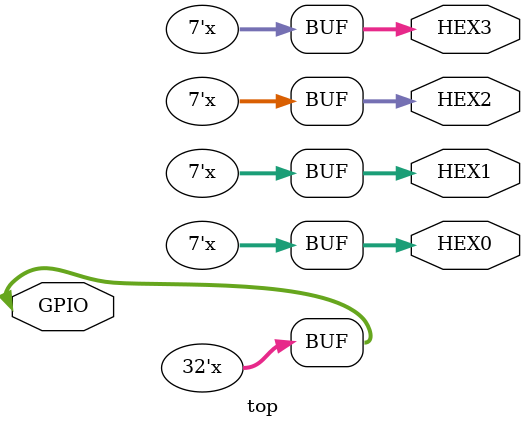
<source format=v>
`timescale 1ns / 1ps
`default_nettype none

module top (
    output wire [6:0] HEX0,
    output wire [6:0] HEX1,
    output wire [6:0] HEX2,
    output wire [6:0] HEX3,
	
    inout wire [31:0] GPIO
);    

assign HEX0 = GPIO[ 6: 0];
assign HEX1 = GPIO[14: 8];
assign HEX2 = GPIO[22:16];
assign HEX3 = GPIO[30:24];

assign GPIO = 32'hZZZZZZZZ;

endmodule


</source>
